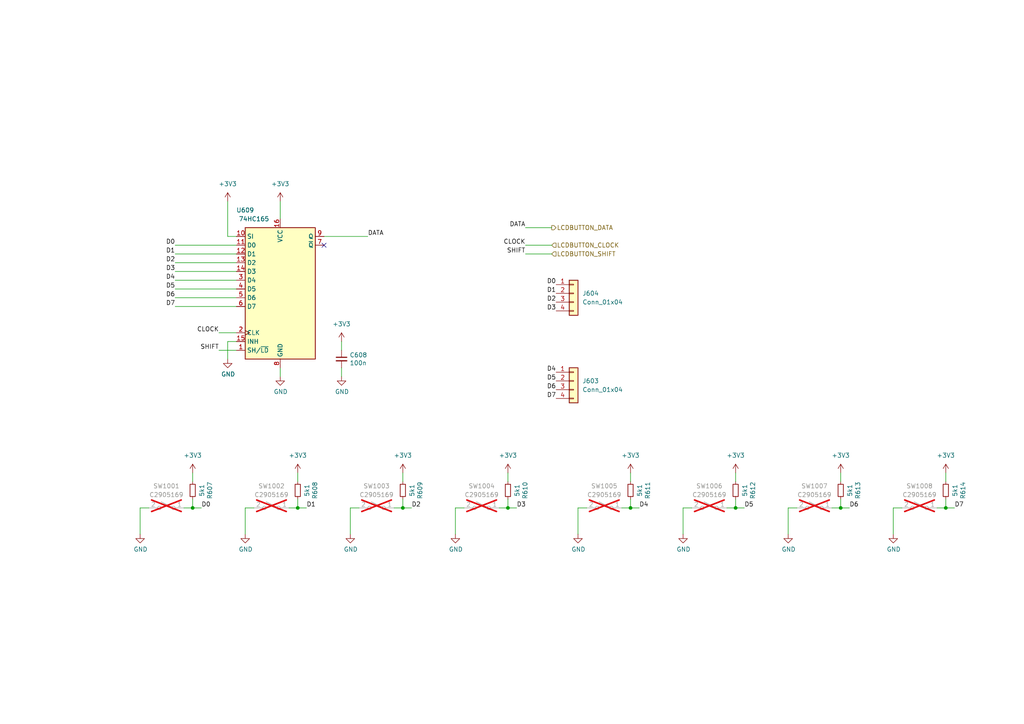
<source format=kicad_sch>
(kicad_sch (version 20250114) (generator "eeschema") (generator_version "9.0")
  (paper "A4")
  (lib_symbols
    (symbol "+3V3_1" (power) (pin_names (offset 0))
      (property "Value" "+3V3" (at 0 3.556 0))
      (symbol "+3V3_1_0_1"
        (polyline (pts (xy -0.762 1.27) (xy 0 2.54)))
        (polyline (pts (xy 0 2.54) (xy 0.762 1.27)))
        (polyline (pts (xy 0 0) (xy 0 2.54)))
      )
      (symbol "+3V3_1_1_1"
        (pin power_in line (at 0 0 90) (length 0) (hide yes) (name "+3V3") (number "1"))
      )
    )
    (symbol "+3V3_10" (power) (pin_names (offset 0))
      (property "Value" "+3V3" (at 0 3.556 0))
      (symbol "+3V3_10_0_1"
        (polyline (pts (xy -0.762 1.27) (xy 0 2.54)))
        (polyline (pts (xy 0 2.54) (xy 0.762 1.27)))
        (polyline (pts (xy 0 0) (xy 0 2.54)))
      )
      (symbol "+3V3_10_1_1"
        (pin power_in line (at 0 0 90) (length 0) (hide yes) (name "+3V3") (number "1"))
      )
    )
    (symbol "+3V3_2" (power) (pin_names (offset 0))
      (property "Value" "+3V3" (at 0 3.556 0))
      (symbol "+3V3_2_0_1"
        (polyline (pts (xy -0.762 1.27) (xy 0 2.54)))
        (polyline (pts (xy 0 2.54) (xy 0.762 1.27)))
        (polyline (pts (xy 0 0) (xy 0 2.54)))
      )
      (symbol "+3V3_2_1_1"
        (pin power_in line (at 0 0 90) (length 0) (hide yes) (name "+3V3") (number "1"))
      )
    )
    (symbol "+3V3_3" (power) (pin_names (offset 0))
      (property "Value" "+3V3" (at 0 3.556 0))
      (symbol "+3V3_3_0_1"
        (polyline (pts (xy -0.762 1.27) (xy 0 2.54)))
        (polyline (pts (xy 0 2.54) (xy 0.762 1.27)))
        (polyline (pts (xy 0 0) (xy 0 2.54)))
      )
      (symbol "+3V3_3_1_1"
        (pin power_in line (at 0 0 90) (length 0) (hide yes) (name "+3V3") (number "1"))
      )
    )
    (symbol "+3V3_4" (power) (pin_names (offset 0))
      (property "Value" "+3V3" (at 0 3.556 0))
      (symbol "+3V3_4_0_1"
        (polyline (pts (xy -0.762 1.27) (xy 0 2.54)))
        (polyline (pts (xy 0 2.54) (xy 0.762 1.27)))
        (polyline (pts (xy 0 0) (xy 0 2.54)))
      )
      (symbol "+3V3_4_1_1"
        (pin power_in line (at 0 0 90) (length 0) (hide yes) (name "+3V3") (number "1"))
      )
    )
    (symbol "+3V3_5" (power) (pin_names (offset 0))
      (property "Value" "+3V3" (at 0 3.556 0))
      (symbol "+3V3_5_0_1"
        (polyline (pts (xy -0.762 1.27) (xy 0 2.54)))
        (polyline (pts (xy 0 2.54) (xy 0.762 1.27)))
        (polyline (pts (xy 0 0) (xy 0 2.54)))
      )
      (symbol "+3V3_5_1_1"
        (pin power_in line (at 0 0 90) (length 0) (hide yes) (name "+3V3") (number "1"))
      )
    )
    (symbol "+3V3_6" (power) (pin_names (offset 0))
      (property "Value" "+3V3" (at 0 3.556 0))
      (symbol "+3V3_6_0_1"
        (polyline (pts (xy -0.762 1.27) (xy 0 2.54)))
        (polyline (pts (xy 0 2.54) (xy 0.762 1.27)))
        (polyline (pts (xy 0 0) (xy 0 2.54)))
      )
      (symbol "+3V3_6_1_1"
        (pin power_in line (at 0 0 90) (length 0) (hide yes) (name "+3V3") (number "1"))
      )
    )
    (symbol "+3V3_7" (power) (pin_names (offset 0))
      (property "Value" "+3V3" (at 0 3.556 0))
      (symbol "+3V3_7_0_1"
        (polyline (pts (xy -0.762 1.27) (xy 0 2.54)))
        (polyline (pts (xy 0 2.54) (xy 0.762 1.27)))
        (polyline (pts (xy 0 0) (xy 0 2.54)))
      )
      (symbol "+3V3_7_1_1"
        (pin power_in line (at 0 0 90) (length 0) (hide yes) (name "+3V3") (number "1"))
      )
    )
    (symbol "+3V3_8" (power) (pin_names (offset 0))
      (property "Value" "+3V3" (at 0 3.556 0))
      (symbol "+3V3_8_0_1"
        (polyline (pts (xy -0.762 1.27) (xy 0 2.54)))
        (polyline (pts (xy 0 2.54) (xy 0.762 1.27)))
        (polyline (pts (xy 0 0) (xy 0 2.54)))
      )
      (symbol "+3V3_8_1_1"
        (pin power_in line (at 0 0 90) (length 0) (hide yes) (name "+3V3") (number "1"))
      )
    )
    (symbol "+3V3_9" (power) (pin_names (offset 0))
      (property "Value" "+3V3" (at 0 3.556 0))
      (symbol "+3V3_9_0_1"
        (polyline (pts (xy -0.762 1.27) (xy 0 2.54)))
        (polyline (pts (xy 0 2.54) (xy 0.762 1.27)))
        (polyline (pts (xy 0 0) (xy 0 2.54)))
      )
      (symbol "+3V3_9_1_1"
        (pin power_in line (at 0 0 90) (length 0) (hide yes) (name "+3V3") (number "1"))
      )
    )
    (symbol "Connector_Generic:Conn_01x04" (pin_names (offset 1.016) (hide yes))
      (property "Reference" "J" (at 0 5.08 0))
      (property "Value" "Conn_01x04" (at 0 -7.62 0))
      (symbol "Conn_01x04_1_1"
        (rectangle (start -1.27 3.81) (end 1.27 -6.35) (stroke (width 0.254)) (fill (type background)))
        (rectangle (start -1.27 2.667) (end 0 2.413) (stroke (width 0.1524)))
        (rectangle (start -1.27 0.127) (end 0 -0.127) (stroke (width 0.1524)))
        (rectangle (start -1.27 -2.413) (end 0 -2.667) (stroke (width 0.1524)))
        (rectangle (start -1.27 -4.953) (end 0 -5.207) (stroke (width 0.1524)))
        (pin passive line (at -5.08 2.54 0) (length 3.81) (name "Pin_1") (number "1"))
        (pin passive line (at -5.08 0 0) (length 3.81) (name "Pin_2") (number "2"))
        (pin passive line (at -5.08 -2.54 0) (length 3.81) (name "Pin_3") (number "3"))
        (pin passive line (at -5.08 -5.08 0) (length 3.81) (name "Pin_4") (number "4"))
      )
    )
    (symbol "GND_1" (power) (pin_names (offset 0))
      (property "Value" "GND" (at 0 -3.81 0))
      (symbol "GND_1_0_1"
        (polyline (pts (xy 0 0) (xy 0 -1.27) (xy 1.27 -1.27) (xy 0 -2.54) (xy -1.27 -1.27) (xy 0 -1.27)))
      )
      (symbol "GND_1_1_1"
        (pin power_in line (at 0 0 270) (length 0) (hide yes) (name "GND") (number "1"))
      )
    )
    (symbol "GND_10" (power) (pin_names (offset 0))
      (property "Value" "GND" (at 0 -3.81 0))
      (symbol "GND_10_0_1"
        (polyline (pts (xy 0 0) (xy 0 -1.27) (xy 1.27 -1.27) (xy 0 -2.54) (xy -1.27 -1.27) (xy 0 -1.27)))
      )
      (symbol "GND_10_1_1"
        (pin power_in line (at 0 0 270) (length 0) (hide yes) (name "GND") (number "1"))
      )
    )
    (symbol "GND_2" (power) (pin_names (offset 0))
      (property "Value" "GND" (at 0 -3.81 0))
      (symbol "GND_2_0_1"
        (polyline (pts (xy 0 0) (xy 0 -1.27) (xy 1.27 -1.27) (xy 0 -2.54) (xy -1.27 -1.27) (xy 0 -1.27)))
      )
      (symbol "GND_2_1_1"
        (pin power_in line (at 0 0 270) (length 0) (hide yes) (name "GND") (number "1"))
      )
    )
    (symbol "GND_3" (power) (pin_names (offset 0))
      (property "Value" "GND" (at 0 -3.81 0))
      (symbol "GND_3_0_1"
        (polyline (pts (xy 0 0) (xy 0 -1.27) (xy 1.27 -1.27) (xy 0 -2.54) (xy -1.27 -1.27) (xy 0 -1.27)))
      )
      (symbol "GND_3_1_1"
        (pin power_in line (at 0 0 270) (length 0) (hide yes) (name "GND") (number "1"))
      )
    )
    (symbol "GND_4" (power) (pin_names (offset 0))
      (property "Value" "GND" (at 0 -3.81 0))
      (symbol "GND_4_0_1"
        (polyline (pts (xy 0 0) (xy 0 -1.27) (xy 1.27 -1.27) (xy 0 -2.54) (xy -1.27 -1.27) (xy 0 -1.27)))
      )
      (symbol "GND_4_1_1"
        (pin power_in line (at 0 0 270) (length 0) (hide yes) (name "GND") (number "1"))
      )
    )
    (symbol "GND_5" (power) (pin_names (offset 0))
      (property "Value" "GND" (at 0 -3.81 0))
      (symbol "GND_5_0_1"
        (polyline (pts (xy 0 0) (xy 0 -1.27) (xy 1.27 -1.27) (xy 0 -2.54) (xy -1.27 -1.27) (xy 0 -1.27)))
      )
      (symbol "GND_5_1_1"
        (pin power_in line (at 0 0 270) (length 0) (hide yes) (name "GND") (number "1"))
      )
    )
    (symbol "GND_6" (power) (pin_names (offset 0))
      (property "Value" "GND" (at 0 -3.81 0))
      (symbol "GND_6_0_1"
        (polyline (pts (xy 0 0) (xy 0 -1.27) (xy 1.27 -1.27) (xy 0 -2.54) (xy -1.27 -1.27) (xy 0 -1.27)))
      )
      (symbol "GND_6_1_1"
        (pin power_in line (at 0 0 270) (length 0) (hide yes) (name "GND") (number "1"))
      )
    )
    (symbol "GND_7" (power) (pin_names (offset 0))
      (property "Value" "GND" (at 0 -3.81 0))
      (symbol "GND_7_0_1"
        (polyline (pts (xy 0 0) (xy 0 -1.27) (xy 1.27 -1.27) (xy 0 -2.54) (xy -1.27 -1.27) (xy 0 -1.27)))
      )
      (symbol "GND_7_1_1"
        (pin power_in line (at 0 0 270) (length 0) (hide yes) (name "GND") (number "1"))
      )
    )
    (symbol "GND_8" (power) (pin_names (offset 0))
      (property "Value" "GND" (at 0 -3.81 0))
      (symbol "GND_8_0_1"
        (polyline (pts (xy 0 0) (xy 0 -1.27) (xy 1.27 -1.27) (xy 0 -2.54) (xy -1.27 -1.27) (xy 0 -1.27)))
      )
      (symbol "GND_8_1_1"
        (pin power_in line (at 0 0 270) (length 0) (hide yes) (name "GND") (number "1"))
      )
    )
    (symbol "GND_9" (power) (pin_names (offset 0))
      (property "Value" "GND" (at 0 -3.81 0))
      (symbol "GND_9_0_1"
        (polyline (pts (xy 0 0) (xy 0 -1.27) (xy 1.27 -1.27) (xy 0 -2.54) (xy -1.27 -1.27) (xy 0 -1.27)))
      )
      (symbol "GND_9_1_1"
        (pin power_in line (at 0 0 270) (length 0) (hide yes) (name "GND") (number "1"))
      )
    )
    (symbol "RES_1" (pin_numbers (hide yes)) (pin_names (offset 0.254) (hide yes))
      (property "Reference" "R" (at 0.762 0.508 0))
      (symbol "RES_1_1_1"
        (rectangle (start -0.762 1.778) (end 0.762 -1.778) (stroke (width 0.2032)))
        (pin passive line (at 0 2.54 270) (length 0.762) (name "~") (number "1"))
        (pin passive line (at 0 -2.54 90) (length 0.762) (name "~") (number "2"))
      )
    )
    (symbol "RES_2" (pin_numbers (hide yes)) (pin_names (offset 0.254) (hide yes))
      (property "Reference" "R" (at 0.762 0.508 0))
      (symbol "RES_2_1_1"
        (rectangle (start -0.762 1.778) (end 0.762 -1.778) (stroke (width 0.2032)))
        (pin passive line (at 0 2.54 270) (length 0.762) (name "~") (number "1"))
        (pin passive line (at 0 -2.54 90) (length 0.762) (name "~") (number "2"))
      )
    )
    (symbol "RES_3" (pin_numbers (hide yes)) (pin_names (offset 0.254) (hide yes))
      (property "Reference" "R" (at 0.762 0.508 0))
      (symbol "RES_3_1_1"
        (rectangle (start -0.762 1.778) (end 0.762 -1.778) (stroke (width 0.2032)))
        (pin passive line (at 0 2.54 270) (length 0.762) (name "~") (number "1"))
        (pin passive line (at 0 -2.54 90) (length 0.762) (name "~") (number "2"))
      )
    )
    (symbol "RES_4" (pin_numbers (hide yes)) (pin_names (offset 0.254) (hide yes))
      (property "Reference" "R" (at 0.762 0.508 0))
      (symbol "RES_4_1_1"
        (rectangle (start -0.762 1.778) (end 0.762 -1.778) (stroke (width 0.2032)))
        (pin passive line (at 0 2.54 270) (length 0.762) (name "~") (number "1"))
        (pin passive line (at 0 -2.54 90) (length 0.762) (name "~") (number "2"))
      )
    )
    (symbol "RES_5" (pin_numbers (hide yes)) (pin_names (offset 0.254) (hide yes))
      (property "Reference" "R" (at 0.762 0.508 0))
      (symbol "RES_5_1_1"
        (rectangle (start -0.762 1.778) (end 0.762 -1.778) (stroke (width 0.2032)))
        (pin passive line (at 0 2.54 270) (length 0.762) (name "~") (number "1"))
        (pin passive line (at 0 -2.54 90) (length 0.762) (name "~") (number "2"))
      )
    )
    (symbol "RES_6" (pin_numbers (hide yes)) (pin_names (offset 0.254) (hide yes))
      (property "Reference" "R" (at 0.762 0.508 0))
      (symbol "RES_6_1_1"
        (rectangle (start -0.762 1.778) (end 0.762 -1.778) (stroke (width 0.2032)))
        (pin passive line (at 0 2.54 270) (length 0.762) (name "~") (number "1"))
        (pin passive line (at 0 -2.54 90) (length 0.762) (name "~") (number "2"))
      )
    )
    (symbol "RES_7" (pin_numbers (hide yes)) (pin_names (offset 0.254) (hide yes))
      (property "Reference" "R" (at 0.762 0.508 0))
      (symbol "RES_7_1_1"
        (rectangle (start -0.762 1.778) (end 0.762 -1.778) (stroke (width 0.2032)))
        (pin passive line (at 0 2.54 270) (length 0.762) (name "~") (number "1"))
        (pin passive line (at 0 -2.54 90) (length 0.762) (name "~") (number "2"))
      )
    )
    (symbol "Switch:SW_SPST" (pin_names (offset 0) (hide yes))
      (property "Reference" "SW" (at 0 3.175 0))
      (property "Value" "SW_SPST" (at 0 -2.54 0))
      (symbol "SW_SPST_0_0"
        (circle (center -2.032 0) (radius 0.508))
        (polyline (pts (xy -1.524 0.254) (xy 1.524 1.778)))
        (circle (center 2.032 0) (radius 0.508))
      )
      (symbol "SW_SPST_1_1"
        (pin passive line (at -5.08 0 0) (length 2.54) (name "A") (number "1"))
        (pin passive line (at 5.08 0 180) (length 2.54) (name "B") (number "2"))
      )
    )
    (symbol "power:+3V3" (power) (pin_names (offset 0))
      (property "Value" "+3V3" (at 0 3.556 0))
      (symbol "+3V3_0_1"
        (polyline (pts (xy -0.762 1.27) (xy 0 2.54)))
        (polyline (pts (xy 0 2.54) (xy 0.762 1.27)))
        (polyline (pts (xy 0 0) (xy 0 2.54)))
      )
      (symbol "+3V3_1_1"
        (pin power_in line (at 0 0 90) (length 0) (hide yes) (name "+3V3") (number "1"))
      )
    )
    (symbol "power:GND" (power) (pin_names (offset 0))
      (property "Value" "GND" (at 0 -3.81 0))
      (symbol "GND_0_1"
        (polyline (pts (xy 0 0) (xy 0 -1.27) (xy 1.27 -1.27) (xy 0 -2.54) (xy -1.27 -1.27) (xy 0 -1.27)))
      )
      (symbol "GND_1_1"
        (pin power_in line (at 0 0 270) (length 0) (hide yes) (name "GND") (number "1"))
      )
    )
    (symbol "suku_basics:74HC165"
      (property "Reference" "U" (at -15.24 25.4 0))
      (property "Value" "74HC165" (at -12.7 20.32 0))
      (symbol "74HC165_1_0"
        (pin input line (at -12.7 12.7 0) (length 2.54) (name "D0") (number "11"))
        (pin input line (at -12.7 10.16 0) (length 2.54) (name "D1") (number "12"))
        (pin input line (at -12.7 7.62 0) (length 2.54) (name "D2") (number "13"))
        (pin input line (at -12.7 5.08 0) (length 2.54) (name "D3") (number "14"))
        (pin input line (at -12.7 2.54 0) (length 2.54) (name "D4") (number "3"))
        (pin input line (at -12.7 0 0) (length 2.54) (name "D5") (number "4"))
        (pin input line (at -12.7 -2.54 0) (length 2.54) (name "D6") (number "5"))
        (pin input line (at -12.7 -5.08 0) (length 2.54) (name "D7") (number "6"))
        (pin input clock (at -12.7 -12.7 0) (length 2.54) (name "CLK") (number "2"))
        (pin power_in line (at 0 20.32 270) (length 2.54) (name "VCC") (number "16"))
        (pin power_in line (at 0 -22.86 90) (length 2.54) (name "GND") (number "8"))
        (pin output line (at 12.7 15.24 180) (length 2.54) (name "Q") (number "9"))
      )
      (symbol "74HC165_1_1"
        (rectangle (start -10.16 17.78) (end 10.16 -20.32) (stroke (width 0.254)) (fill (type background)))
        (pin input line (at -12.7 15.24 0) (length 2.54) (name "SI") (number "10"))
        (pin input line (at -12.7 -15.24 0) (length 2.54) (name "INH") (number "15"))
        (pin input line (at -12.7 -17.78 0) (length 2.54) (name "SH/~{LD}") (number "1"))
        (pin output line (at 12.7 12.7 180) (length 2.54) (name "~{Q}") (number "7"))
      )
    )
    (symbol "suku_basics:CAP" (pin_numbers (hide yes)) (pin_names (offset 0.254) (hide yes))
      (property "Reference" "C" (at 0.254 1.778 0))
      (property "Value" "CAP" (at 0.254 -2.032 0))
      (symbol "CAP_0_1"
        (polyline (pts (xy -1.524 0.508) (xy 1.524 0.508)) (stroke (width 0.3048)))
        (polyline (pts (xy -1.524 -0.508) (xy 1.524 -0.508)) (stroke (width 0.3302)))
      )
      (symbol "CAP_1_1"
        (pin passive line (at 0 2.54 270) (length 2.032) (name "~") (number "1"))
        (pin passive line (at 0 -2.54 90) (length 2.032) (name "~") (number "2"))
      )
    )
    (symbol "suku_basics:RES" (pin_numbers (hide yes)) (pin_names (offset 0.254) (hide yes))
      (property "Reference" "R" (at 0.762 0.508 0))
      (symbol "RES_1_1"
        (rectangle (start -0.762 1.778) (end 0.762 -1.778) (stroke (width 0.2032)))
        (pin passive line (at 0 2.54 270) (length 0.762) (name "~") (number "1"))
        (pin passive line (at 0 -2.54 90) (length 0.762) (name "~") (number "2"))
      )
    )
  )
  (junction (at 116.84 147.32))
  (junction (at 274.32 147.32))
  (junction (at 182.88 147.32))
  (junction (at 213.36 147.32))
  (junction (at 86.36 147.32))
  (junction (at 147.32 147.32))
  (junction (at 55.88 147.32))
  (junction (at 243.84 147.32))
  (no_connect (at 93.98 71.12))
  (wire (pts (xy 55.88 147.32) (xy 58.42 147.32)))
  (wire (pts (xy 83.82 147.32) (xy 86.36 147.32)))
  (wire (pts (xy 198.12 147.32) (xy 200.66 147.32)))
  (wire (pts (xy 81.28 58.42) (xy 81.28 63.5)))
  (wire (pts (xy 147.32 137.16) (xy 147.32 139.7)))
  (wire (pts (xy 167.64 154.94) (xy 167.64 147.32)))
  (wire (pts (xy 93.98 68.58) (xy 106.68 68.58)))
  (wire (pts (xy 274.32 147.32) (xy 274.32 144.78)))
  (wire (pts (xy 53.34 147.32) (xy 55.88 147.32)))
  (wire (pts (xy 274.32 137.16) (xy 274.32 139.7)))
  (wire (pts (xy 116.84 137.16) (xy 116.84 139.7)))
  (wire (pts (xy 243.84 137.16) (xy 243.84 139.7)))
  (wire (pts (xy 50.8 71.12) (xy 68.58 71.12)))
  (wire (pts (xy 132.08 147.32) (xy 134.62 147.32)))
  (wire (pts (xy 71.12 154.94) (xy 71.12 147.32)))
  (wire (pts (xy 50.8 88.9) (xy 68.58 88.9)))
  (wire (pts (xy 63.5 96.52) (xy 68.58 96.52)))
  (wire (pts (xy 86.36 137.16) (xy 86.36 139.7)))
  (wire (pts (xy 50.8 83.82) (xy 68.58 83.82)))
  (wire (pts (xy 144.78 147.32) (xy 147.32 147.32)))
  (wire (pts (xy 40.64 154.94) (xy 40.64 147.32)))
  (wire (pts (xy 40.64 147.32) (xy 43.18 147.32)))
  (wire (pts (xy 241.3 147.32) (xy 243.84 147.32)))
  (wire (pts (xy 182.88 137.16) (xy 182.88 139.7)))
  (wire (pts (xy 50.8 73.66) (xy 68.58 73.66)))
  (wire (pts (xy 86.36 147.32) (xy 86.36 144.78)))
  (wire (pts (xy 147.32 147.32) (xy 147.32 144.78)))
  (wire (pts (xy 213.36 147.32) (xy 215.9 147.32)))
  (wire (pts (xy 55.88 137.16) (xy 55.88 139.7)))
  (wire (pts (xy 228.6 154.94) (xy 228.6 147.32)))
  (wire (pts (xy 259.08 154.94) (xy 259.08 147.32)))
  (wire (pts (xy 198.12 154.94) (xy 198.12 147.32)))
  (wire (pts (xy 66.04 99.06) (xy 68.58 99.06)))
  (wire (pts (xy 271.78 147.32) (xy 274.32 147.32)))
  (wire (pts (xy 152.4 73.66) (xy 160.02 73.66)))
  (wire (pts (xy 243.84 147.32) (xy 243.84 144.78)))
  (wire (pts (xy 213.36 137.16) (xy 213.36 139.7)))
  (wire (pts (xy 55.88 147.32) (xy 55.88 144.78)))
  (wire (pts (xy 210.82 147.32) (xy 213.36 147.32)))
  (wire (pts (xy 182.88 147.32) (xy 182.88 144.78)))
  (wire (pts (xy 259.08 147.32) (xy 261.62 147.32)))
  (wire (pts (xy 147.32 147.32) (xy 149.86 147.32)))
  (wire (pts (xy 50.8 81.28) (xy 68.58 81.28)))
  (wire (pts (xy 182.88 147.32) (xy 185.42 147.32)))
  (wire (pts (xy 50.8 86.36) (xy 68.58 86.36)))
  (wire (pts (xy 99.06 101.6) (xy 99.06 99.06)))
  (wire (pts (xy 66.04 58.42) (xy 66.04 68.58)))
  (wire (pts (xy 152.4 71.12) (xy 160.02 71.12)))
  (wire (pts (xy 101.6 154.94) (xy 101.6 147.32)))
  (wire (pts (xy 81.28 109.22) (xy 81.28 106.68)))
  (wire (pts (xy 114.3 147.32) (xy 116.84 147.32)))
  (wire (pts (xy 180.34 147.32) (xy 182.88 147.32)))
  (wire (pts (xy 274.32 147.32) (xy 276.86 147.32)))
  (wire (pts (xy 101.6 147.32) (xy 104.14 147.32)))
  (wire (pts (xy 86.36 147.32) (xy 88.9 147.32)))
  (wire (pts (xy 71.12 147.32) (xy 73.66 147.32)))
  (wire (pts (xy 66.04 104.14) (xy 66.04 99.06)))
  (wire (pts (xy 116.84 147.32) (xy 116.84 144.78)))
  (wire (pts (xy 228.6 147.32) (xy 231.14 147.32)))
  (wire (pts (xy 213.36 147.32) (xy 213.36 144.78)))
  (wire (pts (xy 99.06 109.22) (xy 99.06 106.68)))
  (wire (pts (xy 132.08 154.94) (xy 132.08 147.32)))
  (wire (pts (xy 167.64 147.32) (xy 170.18 147.32)))
  (wire (pts (xy 243.84 147.32) (xy 246.38 147.32)))
  (wire (pts (xy 50.8 78.74) (xy 68.58 78.74)))
  (wire (pts (xy 68.58 68.58) (xy 66.04 68.58)))
  (wire (pts (xy 116.84 147.32) (xy 119.38 147.32)))
  (wire (pts (xy 50.8 76.2) (xy 68.58 76.2)))
  (wire (pts (xy 63.5 101.6) (xy 68.58 101.6)))
  (wire (pts (xy 152.4 66.04) (xy 160.02 66.04)))
  (label "D1" (at 50.8 73.66 180))
  (label "D3" (at 161.29 90.17 180))
  (label "D6" (at 161.29 113.03 180))
  (label "SHIFT" (at 152.4 73.66 180))
  (label "D5" (at 161.29 110.49 180))
  (label "D0" (at 50.8 71.12 180))
  (label "DATA" (at 152.4 66.04 180))
  (label "D2" (at 119.38 147.32 0))
  (label "SHIFT" (at 63.5 101.6 180))
  (label "D7" (at 50.8 88.9 180))
  (label "D7" (at 161.29 115.57 180))
  (label "D1" (at 161.29 85.09 180))
  (label "D6" (at 50.8 86.36 180))
  (label "D3" (at 149.86 147.32 0))
  (label "D4" (at 185.42 147.32 0))
  (label "CLOCK" (at 152.4 71.12 180))
  (label "D0" (at 58.42 147.32 0))
  (label "CLOCK" (at 63.5 96.52 180))
  (label "D5" (at 215.9 147.32 0))
  (label "D5" (at 50.8 83.82 180))
  (label "D3" (at 50.8 78.74 180))
  (label "D6" (at 246.38 147.32 0))
  (label "D7" (at 276.86 147.32 0))
  (label "DATA" (at 106.68 68.58 0))
  (label "D1" (at 88.9 147.32 0))
  (label "D2" (at 161.29 87.63 180))
  (label "D0" (at 161.29 82.55 180))
  (label "D2" (at 50.8 76.2 180))
  (label "D4" (at 161.29 107.95 180))
  (label "D4" (at 50.8 81.28 180))
  (hierarchical_label "LCDBUTTON_SHIFT" (shape input) (at 160.02 73.66 0))
  (hierarchical_label "LCDBUTTON_CLOCK" (shape input) (at 160.02 71.12 0))
  (hierarchical_label "LCDBUTTON_DATA" (shape output) (at 160.02 66.04 0))
  (symbol (lib_id "suku_basics:RES") (at 213.36 142.24 180) (unit 1)
    (property "Reference" "R612" (at 218.3384 142.24 90))
    (property "Value" "5k1" (at 216.027 142.24 90))
    (property "Footprint" "suku_basics:RES_0402" (effects (hide yes)))
  )
  (symbol (lib_id "Switch:SW_SPST") (at 205.74 147.32 0) (mirror y) (unit 1) (in_bom no) (on_board no) (dnp yes)
    (property "Reference" "SW1006" (at 205.74 140.97 0))
    (property "Value" "C2905169" (at 205.74 143.51 0))
    (property "Footprint" "suku_basics:SW_SPST_CK_RS282G05A3" (effects (hide yes)))
  )
  (symbol (lib_id "power:GND") (at 198.12 154.94 0) (unit 1)
    (property "Reference" "#PWR0654" (effects (hide yes)))
    (property "Value" "GND" (at 198.247 159.3342 0))
  )
  (symbol (lib_name "GND_10") (lib_id "power:GND") (at 99.06 109.22 0) (unit 1)
    (property "Reference" "#PWR0642" (effects (hide yes)))
    (property "Value" "GND" (at 99.187 113.6142 0))
  )
  (symbol (lib_id "power:+3V3") (at 274.32 137.16 0) (unit 1)
    (property "Reference" "#PWR0659" (effects (hide yes)))
    (property "Value" "+3V3" (at 274.32 132.08 0))
  )
  (symbol (lib_id "suku_basics:74HC165") (at 81.28 83.82 0) (unit 1)
    (property "Reference" "U609" (at 71.12 60.96 0))
    (property "Value" "74HC165" (at 73.66 63.5 0))
    (property "Footprint" "suku_basics:SOIC-16_74HC165" (effects (hide yes)))
    (property "Datasheet" "http://www.ti.com/lit/ds/symlink/sn74hc595.pdf" (effects (hide yes)))
  )
  (symbol (lib_name "RES_7") (lib_id "suku_basics:RES") (at 182.88 142.24 180) (unit 1)
    (property "Reference" "R611" (at 187.8584 142.24 90))
    (property "Value" "5k1" (at 185.547 142.24 90))
    (property "Footprint" "suku_basics:RES_0402" (effects (hide yes)))
  )
  (symbol (lib_name "+3V3_10") (lib_id "power:+3V3") (at 86.36 137.16 0) (unit 1)
    (property "Reference" "#PWR0647" (effects (hide yes)))
    (property "Value" "+3V3" (at 86.36 132.08 0))
  )
  (symbol (lib_id "Switch:SW_SPST") (at 266.7 147.32 0) (mirror y) (unit 1) (in_bom no) (on_board no) (dnp yes)
    (property "Reference" "SW1008" (at 266.7 140.97 0))
    (property "Value" "C2905169" (at 266.7 143.51 0))
    (property "Footprint" "suku_basics:SW_SPST_CK_RS282G05A3" (effects (hide yes)))
  )
  (symbol (lib_id "Switch:SW_SPST") (at 236.22 147.32 0) (mirror y) (unit 1) (in_bom no) (on_board no) (dnp yes)
    (property "Reference" "SW1007" (at 236.22 140.97 0))
    (property "Value" "C2905169" (at 236.22 143.51 0))
    (property "Footprint" "suku_basics:SW_SPST_CK_RS282G05A3" (effects (hide yes)))
  )
  (symbol (lib_id "Switch:SW_SPST") (at 109.22 147.32 0) (mirror y) (unit 1) (in_bom no) (on_board no) (dnp yes)
    (property "Reference" "SW1003" (at 109.22 140.97 0))
    (property "Value" "C2905169" (at 109.22 143.51 0))
    (property "Footprint" "suku_basics:SW_SPST_CK_RS282G05A3" (effects (hide yes)))
  )
  (symbol (lib_name "+3V3_8") (lib_id "power:+3V3") (at 147.32 137.16 0) (unit 1)
    (property "Reference" "#PWR0651" (effects (hide yes)))
    (property "Value" "+3V3" (at 147.32 132.08 0))
  )
  (symbol (lib_name "RES_5") (lib_id "suku_basics:RES") (at 147.32 142.24 180) (unit 1)
    (property "Reference" "R610" (at 152.2984 142.24 90))
    (property "Value" "5k1" (at 149.987 142.24 90))
    (property "Footprint" "suku_basics:RES_0402" (effects (hide yes)))
  )
  (symbol (lib_id "Connector_Generic:Conn_01x04") (at 166.37 85.09 0) (unit 1)
    (property "Reference" "J604" (at 168.91 85.0899 0) (effects (justify left)))
    (property "Value" "Conn_01x04" (at 168.91 87.6299 0) (effects (justify left)))
    (property "Footprint" "Connector_PinHeader_2.54mm:PinHeader_1x04_P2.54mm_Vertical" (effects (hide yes)))
    (property "Description" "Generic connector, single row, 01x04, script generated (kicad-library-utils/schlib/autogen/connector/)" (effects (hide yes)))
  )
  (symbol (lib_name "+3V3_9") (lib_id "power:+3V3") (at 243.84 137.16 0) (unit 1)
    (property "Reference" "#PWR0657" (effects (hide yes)))
    (property "Value" "+3V3" (at 243.84 132.08 0))
  )
  (symbol (lib_name "RES_6") (lib_id "suku_basics:RES") (at 116.84 142.24 180) (unit 1)
    (property "Reference" "R609" (at 121.8184 142.24 90))
    (property "Value" "5k1" (at 119.507 142.24 90))
    (property "Footprint" "suku_basics:RES_0402" (effects (hide yes)))
  )
  (symbol (lib_name "+3V3_7") (lib_id "power:+3V3") (at 66.04 58.42 0) (unit 1)
    (property "Reference" "#PWR0643" (effects (hide yes)))
    (property "Value" "+3V3" (at 66.04 53.34 0))
  )
  (symbol (lib_name "RES_4") (lib_id "suku_basics:RES") (at 55.88 142.24 180) (unit 1)
    (property "Reference" "R607" (at 60.8584 142.24 90))
    (property "Value" "5k1" (at 58.547 142.24 90))
    (property "Footprint" "suku_basics:RES_0402" (effects (hide yes)))
  )
  (symbol (lib_id "Switch:SW_SPST") (at 78.74 147.32 0) (mirror y) (unit 1) (in_bom no) (on_board no) (dnp yes)
    (property "Reference" "SW1002" (at 78.74 140.97 0))
    (property "Value" "C2905169" (at 78.74 143.51 0))
    (property "Footprint" "suku_basics:SW_SPST_CK_RS282G05A3" (effects (hide yes)))
  )
  (symbol (lib_id "Switch:SW_SPST") (at 48.26 147.32 0) (mirror y) (unit 1) (in_bom no) (on_board no) (dnp yes)
    (property "Reference" "SW1001" (at 48.26 140.97 0))
    (property "Value" "C2905169" (at 48.26 143.51 0))
    (property "Footprint" "suku_basics:SW_SPST_CK_RS282G05A3" (effects (hide yes)))
  )
  (symbol (lib_name "+3V3_6") (lib_id "power:+3V3") (at 55.88 137.16 0) (unit 1)
    (property "Reference" "#PWR0645" (effects (hide yes)))
    (property "Value" "+3V3" (at 55.88 132.08 0))
  )
  (symbol (lib_name "+3V3_5") (lib_id "power:+3V3") (at 81.28 58.42 0) (unit 1)
    (property "Reference" "#PWR0639" (effects (hide yes)))
    (property "Value" "+3V3" (at 81.28 53.34 0))
  )
  (symbol (lib_name "+3V3_4") (lib_id "power:+3V3") (at 116.84 137.16 0) (unit 1)
    (property "Reference" "#PWR0649" (effects (hide yes)))
    (property "Value" "+3V3" (at 116.84 132.08 0))
  )
  (symbol (lib_name "+3V3_3") (lib_id "power:+3V3") (at 99.06 99.06 0) (unit 1)
    (property "Reference" "#PWR0641" (effects (hide yes)))
    (property "Value" "+3V3" (at 99.06 93.98 0))
  )
  (symbol (lib_name "GND_8") (lib_id "power:GND") (at 101.6 154.94 0) (unit 1)
    (property "Reference" "#PWR0648" (effects (hide yes)))
    (property "Value" "GND" (at 101.727 159.3342 0))
  )
  (symbol (lib_name "GND_7") (lib_id "power:GND") (at 132.08 154.94 0) (unit 1)
    (property "Reference" "#PWR0650" (effects (hide yes)))
    (property "Value" "GND" (at 132.207 159.3342 0))
  )
  (symbol (lib_name "+3V3_2") (lib_id "power:+3V3") (at 182.88 137.16 0) (unit 1)
    (property "Reference" "#PWR0653" (effects (hide yes)))
    (property "Value" "+3V3" (at 182.88 132.08 0))
  )
  (symbol (lib_name "GND_6") (lib_id "power:GND") (at 66.04 104.14 0) (unit 1)
    (property "Reference" "#PWR0638" (effects (hide yes)))
    (property "Value" "GND" (at 66.167 108.5342 0))
  )
  (symbol (lib_id "suku_basics:CAP") (at 99.06 104.14 0) (unit 1)
    (property "Reference" "C608" (at 101.3968 102.9716 0) (effects (justify left)))
    (property "Value" "100n" (at 101.3968 105.283 0) (effects (justify left)))
    (property "Footprint" "suku_basics:CAP_0402" (effects (hide yes)))
  )
  (symbol (lib_id "Switch:SW_SPST") (at 139.7 147.32 0) (mirror y) (unit 1) (in_bom no) (on_board no) (dnp yes)
    (property "Reference" "SW1004" (at 139.7 140.97 0))
    (property "Value" "C2905169" (at 139.7 143.51 0))
    (property "Footprint" "suku_basics:SW_SPST_CK_RS282G05A3" (effects (hide yes)))
  )
  (symbol (lib_id "Connector_Generic:Conn_01x04") (at 166.37 110.49 0) (unit 1)
    (property "Reference" "J603" (at 168.91 110.4899 0) (effects (justify left)))
    (property "Value" "Conn_01x04" (at 168.91 113.0299 0) (effects (justify left)))
    (property "Footprint" "Connector_PinHeader_2.54mm:PinHeader_1x04_P2.54mm_Vertical" (effects (hide yes)))
    (property "Description" "Generic connector, single row, 01x04, script generated (kicad-library-utils/schlib/autogen/connector/)" (effects (hide yes)))
  )
  (symbol (lib_name "GND_9") (lib_id "power:GND") (at 71.12 154.94 0) (unit 1)
    (property "Reference" "#PWR0646" (effects (hide yes)))
    (property "Value" "GND" (at 71.247 159.3342 0))
  )
  (symbol (lib_id "Switch:SW_SPST") (at 175.26 147.32 0) (mirror y) (unit 1) (in_bom no) (on_board no) (dnp yes)
    (property "Reference" "SW1005" (at 175.26 140.97 0))
    (property "Value" "C2905169" (at 175.26 143.51 0))
    (property "Footprint" "suku_basics:SW_SPST_CK_RS282G05A3" (effects (hide yes)))
  )
  (symbol (lib_name "GND_5") (lib_id "power:GND") (at 40.64 154.94 0) (unit 1)
    (property "Reference" "#PWR0644" (effects (hide yes)))
    (property "Value" "GND" (at 40.767 159.3342 0))
  )
  (symbol (lib_name "RES_3") (lib_id "suku_basics:RES") (at 86.36 142.24 180) (unit 1)
    (property "Reference" "R608" (at 91.3384 142.24 90))
    (property "Value" "5k1" (at 89.027 142.24 90))
    (property "Footprint" "suku_basics:RES_0402" (effects (hide yes)))
  )
  (symbol (lib_name "GND_3") (lib_id "power:GND") (at 167.64 154.94 0) (unit 1)
    (property "Reference" "#PWR0652" (effects (hide yes)))
    (property "Value" "GND" (at 167.767 159.3342 0))
  )
  (symbol (lib_name "RES_2") (lib_id "suku_basics:RES") (at 274.32 142.24 180) (unit 1)
    (property "Reference" "R614" (at 279.2984 142.24 90))
    (property "Value" "5k1" (at 276.987 142.24 90))
    (property "Footprint" "suku_basics:RES_0402" (effects (hide yes)))
  )
  (symbol (lib_name "+3V3_1") (lib_id "power:+3V3") (at 213.36 137.16 0) (unit 1)
    (property "Reference" "#PWR0655" (effects (hide yes)))
    (property "Value" "+3V3" (at 213.36 132.08 0))
  )
  (symbol (lib_name "GND_4") (lib_id "power:GND") (at 259.08 154.94 0) (unit 1)
    (property "Reference" "#PWR0658" (effects (hide yes)))
    (property "Value" "GND" (at 259.207 159.3342 0))
  )
  (symbol (lib_name "RES_1") (lib_id "suku_basics:RES") (at 243.84 142.24 180) (unit 1)
    (property "Reference" "R613" (at 248.8184 142.24 90))
    (property "Value" "5k1" (at 246.507 142.24 90))
    (property "Footprint" "suku_basics:RES_0402" (effects (hide yes)))
  )
  (symbol (lib_name "GND_1") (lib_id "power:GND") (at 228.6 154.94 0) (unit 1)
    (property "Reference" "#PWR0656" (effects (hide yes)))
    (property "Value" "GND" (at 228.727 159.3342 0))
  )
  (symbol (lib_name "GND_2") (lib_id "power:GND") (at 81.28 109.22 0) (unit 1)
    (property "Reference" "#PWR0640" (effects (hide yes)))
    (property "Value" "GND" (at 81.407 113.6142 0))
  )
)
</source>
